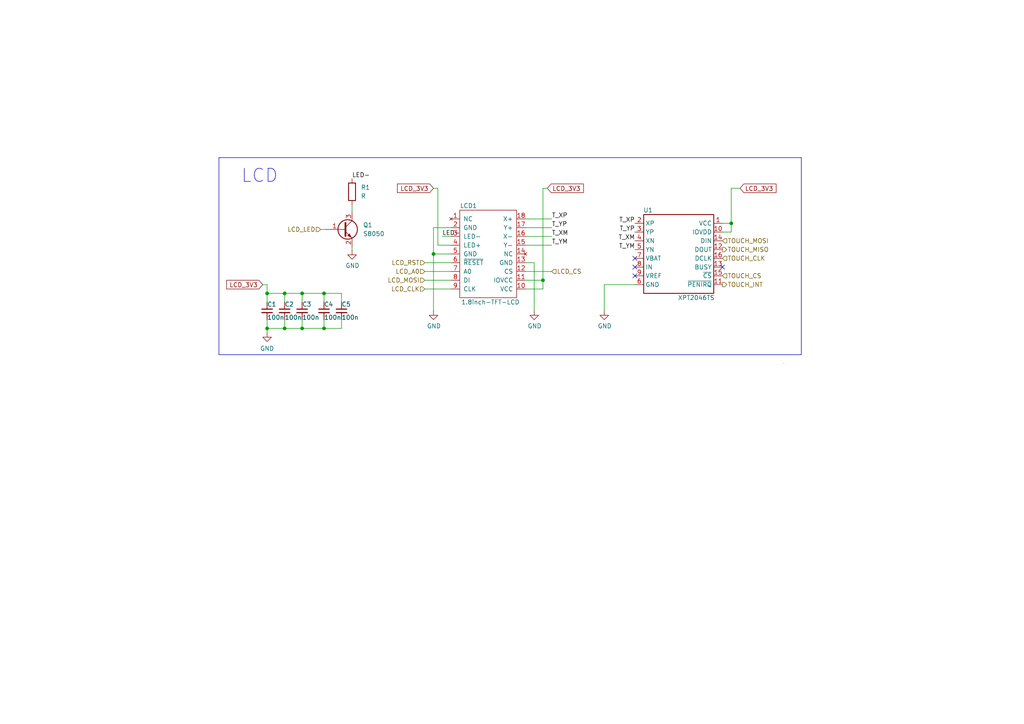
<source format=kicad_sch>
(kicad_sch (version 20230121) (generator eeschema)
  (paper "A4")
  (lib_symbols
    (symbol "Device:C_Small" (pin_numbers hide) (pin_names (offset 0.254) hide)
      (property "Reference" "C" (at 0.254 1.778 0))
      (property "Value" "C_Small" (at 0.254 -2.032 0))
      (symbol "C_Small_0_1"
        (polyline (pts (xy -1.524 -0.508) (xy 1.524 -0.508)) (stroke (width 0.3302)))
        (polyline (pts (xy -1.524 0.508) (xy 1.524 0.508)) (stroke (width 0.3048)))
      )
      (symbol "C_Small_1_1"
        (pin passive line (at 0 2.54 270) (length 2.032) (name "~") (number "1"))
        (pin passive line (at 0 -2.54 90) (length 2.032) (name "~") (number "2"))
      )
    )
    (symbol "Device:R" (pin_numbers hide) (pin_names (offset 0))
      (property "Reference" "R" (at 2.032 0 90))
      (property "Value" "R" (at 0 0 90))
      (symbol "R_0_1"
        (rectangle (start -1.016 -2.54) (end 1.016 2.54) (stroke (width 0.254)))
      )
      (symbol "R_1_1"
        (pin passive line (at 0 3.81 270) (length 1.27) (name "~") (number "1"))
        (pin passive line (at 0 -3.81 90) (length 1.27) (name "~") (number "2"))
      )
    )
    (symbol "Driver_Display:XPT2046TS"
      (property "Reference" "U" (at 1.27 24.13 0))
      (property "Value" "XPT2046TS" (at 8.89 24.13 0))
      (symbol "XPT2046TS_0_1"
        (rectangle (start 0 22.86) (end 20.32 0) (stroke (width 0.254)))
      )
      (symbol "XPT2046TS_1_1"
        (pin power_in line (at 22.86 20.32 180) (length 2.54) (name "VCC") (number "1"))
        (pin power_in line (at 22.86 17.78 180) (length 2.54) (name "IOVDD") (number "10"))
        (pin open_collector line (at 22.86 2.54 180) (length 2.54) (name "~{PENIRQ}") (number "11"))
        (pin output line (at 22.86 12.7 180) (length 2.54) (name "DOUT") (number "12"))
        (pin output line (at 22.86 7.62 180) (length 2.54) (name "BUSY") (number "13"))
        (pin input line (at 22.86 15.24 180) (length 2.54) (name "DIN") (number "14"))
        (pin input line (at 22.86 5.08 180) (length 2.54) (name "~{CS}") (number "15"))
        (pin input line (at 22.86 10.16 180) (length 2.54) (name "DCLK") (number "16"))
        (pin input line (at -2.54 20.32 0) (length 2.54) (name "XP") (number "2"))
        (pin input line (at -2.54 17.78 0) (length 2.54) (name "YP") (number "3"))
        (pin input line (at -2.54 15.24 0) (length 2.54) (name "XN") (number "4"))
        (pin input line (at -2.54 12.7 0) (length 2.54) (name "YN") (number "5"))
        (pin power_in line (at -2.54 2.54 0) (length 2.54) (name "GND") (number "6"))
        (pin power_in line (at -2.54 10.16 0) (length 2.54) (name "VBAT") (number "7"))
        (pin input line (at -2.54 7.62 0) (length 2.54) (name "IN") (number "8"))
        (pin bidirectional line (at -2.54 5.08 0) (length 2.54) (name "VREF") (number "9"))
      )
    )
    (symbol "MM32_Periph:1.8inch-TFT-LCD" (pin_names (offset 1.016))
      (property "Reference" "LCD" (at 2.54 26.67 0))
      (property "Value" "1.8inch-TFT-LCD" (at 7.62 -1.27 0))
      (symbol "1.8inch-TFT-LCD_0_1"
        (rectangle (start 0 25.4) (end 16.51 0))
      )
      (symbol "1.8inch-TFT-LCD_1_1"
        (pin no_connect line (at -2.54 22.86 0) (length 2.54) (name "NC") (number "1"))
        (pin power_in line (at 19.05 2.54 180) (length 2.54) (name "VCC") (number "10"))
        (pin power_in line (at 19.05 5.08 180) (length 2.54) (name "IOVCC") (number "11"))
        (pin input line (at 19.05 7.62 180) (length 2.54) (name "CS") (number "12"))
        (pin power_in line (at 19.05 10.16 180) (length 2.54) (name "GND") (number "13"))
        (pin no_connect line (at 19.05 12.7 180) (length 2.54) (name "NC") (number "14"))
        (pin passive line (at 19.05 15.24 180) (length 2.54) (name "Y-") (number "15"))
        (pin passive line (at 19.05 17.78 180) (length 2.54) (name "X-") (number "16"))
        (pin passive line (at 19.05 20.32 180) (length 2.54) (name "Y+") (number "17"))
        (pin passive line (at 19.05 22.86 180) (length 2.54) (name "X+") (number "18"))
        (pin power_in line (at -2.54 20.32 0) (length 2.54) (name "GND") (number "2"))
        (pin power_in line (at -2.54 17.78 0) (length 2.54) (name "LED-") (number "3"))
        (pin power_in line (at -2.54 15.24 0) (length 2.54) (name "LED+") (number "4"))
        (pin power_in line (at -2.54 12.7 0) (length 2.54) (name "GND") (number "5"))
        (pin input line (at -2.54 10.16 0) (length 2.54) (name "~{RESET}") (number "6"))
        (pin input line (at -2.54 7.62 0) (length 2.54) (name "A0") (number "7"))
        (pin input line (at -2.54 5.08 0) (length 2.54) (name "DI") (number "8"))
        (pin input line (at -2.54 2.54 0) (length 2.54) (name "CLK") (number "9"))
      )
    )
    (symbol "Periph:S8050" (pin_names (offset 1.016) hide)
      (property "Reference" "Q" (at 10.16 6.35 0))
      (property "Value" "S8050" (at 12.7 3.81 0))
      (symbol "S8050_1_1"
        (polyline (pts (xy 5.08 5.08) (xy 5.715 5.08)))
        (polyline (pts (xy 5.715 5.715) (xy 7.62 7.62)))
        (polyline (pts (xy 5.715 4.445) (xy 7.62 2.54) (xy 7.62 2.54)))
        (polyline (pts (xy 5.715 6.985) (xy 5.715 3.175) (xy 5.715 3.175)) (stroke (width 0.508)))
        (polyline (pts (xy 6.35 3.302) (xy 6.858 3.81) (xy 7.366 2.794) (xy 6.35 3.302) (xy 6.35 3.302)) (fill (type outline)))
        (circle (center 6.35 5.08) (radius 2.8194) (stroke (width 0.254)))
        (pin input line (at 0 5.08 0) (length 5.08) (name "B") (number "1"))
        (pin passive line (at 7.62 0 90) (length 2.54) (name "E") (number "2"))
        (pin passive line (at 7.62 10.16 270) (length 2.54) (name "C") (number "3"))
      )
    )
    (symbol "power:GND" (power) (pin_names (offset 0))
      (property "Value" "GND" (at 0 -3.81 0))
      (symbol "GND_0_1"
        (polyline (pts (xy 0 0) (xy 0 -1.27) (xy 1.27 -1.27) (xy 0 -2.54) (xy -1.27 -1.27) (xy 0 -1.27)))
      )
      (symbol "GND_1_1"
        (pin power_in line (at 0 0 270) (length 0) hide (name "GND") (number "1"))
      )
    )
  )
  (junction (at 212.09 64.77))
  (junction (at 77.47 85.09))
  (junction (at 77.47 95.25))
  (junction (at 87.63 85.09))
  (junction (at 93.98 85.09))
  (junction (at 157.48 81.28))
  (junction (at 82.55 85.09))
  (junction (at 82.55 95.25))
  (junction (at 125.73 73.66))
  (junction (at 93.98 95.25))
  (junction (at 87.63 95.25))
  (no_connect (at 184.15 80.01))
  (no_connect (at 184.15 74.93))
  (no_connect (at 184.15 77.47))
  (no_connect (at 209.55 77.47))
  (wire (pts (xy 123.19 81.28) (xy 130.81 81.28)))
  (wire (pts (xy 77.47 85.09) (xy 77.47 87.63)))
  (wire (pts (xy 93.98 85.09) (xy 99.06 85.09)))
  (wire (pts (xy 152.4 68.58) (xy 160.02 68.58)))
  (wire (pts (xy 157.48 54.61) (xy 157.48 81.28)))
  (wire (pts (xy 93.98 95.25) (xy 93.98 92.71)))
  (wire (pts (xy 82.55 95.25) (xy 87.63 95.25)))
  (wire (pts (xy 160.02 71.12) (xy 152.4 71.12)))
  (wire (pts (xy 152.4 83.82) (xy 157.48 83.82)))
  (wire (pts (xy 154.94 76.2) (xy 154.94 90.17)))
  (wire (pts (xy 87.63 95.25) (xy 87.63 92.71)))
  (wire (pts (xy 125.73 54.61) (xy 127 54.61)))
  (wire (pts (xy 87.63 85.09) (xy 87.63 87.63)))
  (wire (pts (xy 87.63 85.09) (xy 93.98 85.09)))
  (wire (pts (xy 77.47 95.25) (xy 77.47 92.71)))
  (wire (pts (xy 82.55 85.09) (xy 82.55 87.63)))
  (wire (pts (xy 175.26 90.17) (xy 175.26 82.55)))
  (wire (pts (xy 157.48 83.82) (xy 157.48 81.28)))
  (wire (pts (xy 130.81 73.66) (xy 125.73 73.66)))
  (wire (pts (xy 212.09 67.31) (xy 209.55 67.31)))
  (wire (pts (xy 125.73 66.04) (xy 125.73 73.66)))
  (wire (pts (xy 102.108 71.628) (xy 102.108 72.644)))
  (wire (pts (xy 77.47 95.25) (xy 77.47 96.52)))
  (wire (pts (xy 152.4 76.2) (xy 154.94 76.2)))
  (wire (pts (xy 123.19 76.2) (xy 130.81 76.2)))
  (wire (pts (xy 99.06 95.25) (xy 99.06 92.71)))
  (wire (pts (xy 152.4 63.5) (xy 160.02 63.5)))
  (wire (pts (xy 130.81 78.74) (xy 123.19 78.74)))
  (wire (pts (xy 125.73 66.04) (xy 130.81 66.04)))
  (wire (pts (xy 76.2 82.55) (xy 77.47 82.55)))
  (wire (pts (xy 93.98 95.25) (xy 99.06 95.25)))
  (wire (pts (xy 214.63 54.61) (xy 212.09 54.61)))
  (wire (pts (xy 160.02 66.04) (xy 152.4 66.04)))
  (wire (pts (xy 87.63 95.25) (xy 93.98 95.25)))
  (polyline (pts (xy 63.5 45.72) (xy 232.41 45.72)))
  (wire (pts (xy 152.4 81.28) (xy 157.48 81.28)))
  (wire (pts (xy 92.964 66.548) (xy 94.488 66.548)))
  (wire (pts (xy 82.55 95.25) (xy 82.55 92.71)))
  (wire (pts (xy 130.81 71.12) (xy 127 71.12)))
  (wire (pts (xy 77.47 82.55) (xy 77.47 85.09)))
  (wire (pts (xy 128.27 68.58) (xy 130.81 68.58)))
  (wire (pts (xy 130.81 83.82) (xy 123.19 83.82)))
  (wire (pts (xy 77.47 95.25) (xy 82.55 95.25)))
  (wire (pts (xy 152.4 78.74) (xy 160.02 78.74)))
  (polyline (pts (xy 63.5 45.72) (xy 63.5 102.87)))
  (wire (pts (xy 77.47 85.09) (xy 82.55 85.09)))
  (wire (pts (xy 209.55 64.77) (xy 212.09 64.77)))
  (wire (pts (xy 93.98 85.09) (xy 93.98 87.63)))
  (wire (pts (xy 99.06 85.09) (xy 99.06 87.63)))
  (polyline (pts (xy 63.5 102.87) (xy 232.41 102.87)))
  (wire (pts (xy 102.108 59.436) (xy 102.108 61.468)))
  (wire (pts (xy 158.75 54.61) (xy 157.48 54.61)))
  (polyline (pts (xy 227.33 105.41) (xy 227.33 105.41)))
  (wire (pts (xy 127 54.61) (xy 127 71.12)))
  (wire (pts (xy 82.55 85.09) (xy 87.63 85.09)))
  (wire (pts (xy 125.73 90.17) (xy 125.73 73.66)))
  (wire (pts (xy 175.26 82.55) (xy 184.15 82.55)))
  (wire (pts (xy 212.09 64.77) (xy 212.09 67.31)))
  (wire (pts (xy 212.09 54.61) (xy 212.09 64.77)))
  (polyline (pts (xy 232.41 102.87) (xy 232.41 45.72)))
  (text "LCD" (at 69.85 53.34 0) (effects (font (size 3.81 3.81)) (justify left bottom)))
  (label "LED-" (at 102.108 51.816 0))
  (label "T_XM" (at 160.02 68.58 0))
  (label "T_XP" (at 160.02 63.5 0))
  (label "T_YM" (at 184.15 72.39 180))
  (label "T_YM" (at 160.02 71.12 0))
  (label "T_YP" (at 160.02 66.04 0))
  (label "T_XP" (at 184.15 64.77 180))
  (label "LED-" (at 128.27 68.58 0))
  (label "T_YP" (at 184.15 67.31 180))
  (label "T_XM" (at 184.15 69.85 180))
  (global_label "LCD_3V3" (shape input) (at 214.63 54.61 0) (property "Intersheetrefs" "${INTERSHEET_REFS}" (effects hide)))
  (global_label "LCD_3V3" (shape input) (at 125.73 54.61 180) (property "Intersheetrefs" "${INTERSHEET_REFS}" (effects hide)))
  (global_label "LCD_3V3" (shape input) (at 158.75 54.61 0) (property "Intersheetrefs" "${INTERSHEET_REFS}" (effects hide)))
  (global_label "LCD_3V3" (shape input) (at 76.2 82.55 180) (property "Intersheetrefs" "${INTERSHEET_REFS}" (effects hide)))
  (hierarchical_label "TOUCH_CLK" (shape input) (at 209.55 74.93 0))
  (hierarchical_label "TOUCH_MISO" (shape output) (at 209.55 72.39 0))
  (hierarchical_label "TOUCH_MOSI" (shape input) (at 209.55 69.85 0))
  (hierarchical_label "LCD_A0" (shape input) (at 123.19 78.74 180))
  (hierarchical_label "LCD_CS" (shape input) (at 160.02 78.74 0))
  (hierarchical_label "LCD_MOSI" (shape input) (at 123.19 81.28 180))
  (hierarchical_label "LCD_RST" (shape input) (at 123.19 76.2 180))
  (hierarchical_label "TOUCH_CS" (shape input) (at 209.55 80.01 0))
  (hierarchical_label "LCD_LED" (shape input) (at 92.964 66.548 180))
  (hierarchical_label "TOUCH_INT" (shape output) (at 209.55 82.55 0))
  (hierarchical_label "LCD_CLK" (shape input) (at 123.19 83.82 180))
  (symbol (lib_id "Device:C_Small") (at 82.55 90.17 0) (unit 1)
    (property "Reference" "C2" (at 82.55 88.265 0) (effects (justify left)))
    (property "Value" "100n" (at 82.55 92.075 0) (effects (justify left)))
    (property "Footprint" "Capacitor_SMD:C_0603_1608Metric" (effects hide))
  )
  (symbol (lib_id "Device:R") (at 102.108 55.626 0) (unit 1)
    (property "Reference" "R1" (at 104.648 54.3559 0) (effects (justify left)))
    (property "Value" "R" (at 104.648 56.8959 0) (effects (justify left)))
    (property "Footprint" "Resistor_SMD:R_0603_1608Metric" (effects hide))
  )
  (symbol (lib_id "power:GND") (at 77.47 96.52 0) (unit 1)
    (property "Reference" "#PWR01" (effects hide))
    (property "Value" "GND" (at 77.47 101.0825 0))
  )
  (symbol (lib_id "Driver_Display:XPT2046TS") (at 186.69 85.09 0) (unit 1)
    (property "Reference" "U1" (at 187.96 60.96 0))
    (property "Value" "XPT2046TS" (at 201.93 86.36 0))
    (property "Footprint" "lcd:TSSOP-16_4.4x5mm_P0.65mm" (effects hide))
    (property "Datasheet" "http://www.xptek.cn/uploadfile/download/201707171401161883.pdf" (effects hide))
  )
  (symbol (lib_id "power:GND") (at 175.26 90.17 0) (unit 1)
    (property "Reference" "#PWR05" (effects hide))
    (property "Value" "GND" (at 175.387 94.5642 0))
  )
  (symbol (lib_id "Device:C_Small") (at 93.98 90.17 0) (unit 1)
    (property "Reference" "C4" (at 93.98 88.265 0) (effects (justify left)))
    (property "Value" "100n" (at 93.98 92.075 0) (effects (justify left)))
    (property "Footprint" "Capacitor_SMD:C_0603_1608Metric" (effects hide))
  )
  (symbol (lib_id "MM32_Periph:1.8inch-TFT-LCD") (at 133.35 86.36 0) (unit 1)
    (property "Reference" "LCD1" (at 135.89 59.69 0))
    (property "Value" "1.8inch-TFT-LCD" (at 142.24 87.63 0))
    (property "Footprint" "lcd:TFT-LCD1.8inch" (effects hide))
  )
  (symbol (lib_id "power:GND") (at 125.73 90.17 0) (unit 1)
    (property "Reference" "#PWR03" (effects hide))
    (property "Value" "GND" (at 125.857 94.5642 0))
  )
  (symbol (lib_id "Periph:S8050") (at 94.488 71.628 0) (unit 1)
    (property "Reference" "Q1" (at 105.283 65.2779 0) (effects (justify left)))
    (property "Value" "S8050" (at 105.283 67.8179 0) (effects (justify left)))
    (property "Footprint" "Package_TO_SOT_SMD:SOT-23" (effects hide))
  )
  (symbol (lib_id "Device:C_Small") (at 87.63 90.17 0) (unit 1)
    (property "Reference" "C3" (at 87.63 88.265 0) (effects (justify left)))
    (property "Value" "100n" (at 87.63 92.075 0) (effects (justify left)))
    (property "Footprint" "Capacitor_SMD:C_0603_1608Metric" (effects hide))
  )
  (symbol (lib_id "Device:C_Small") (at 77.47 90.17 0) (unit 1)
    (property "Reference" "C1" (at 77.47 88.265 0) (effects (justify left)))
    (property "Value" "100n" (at 77.47 92.075 0) (effects (justify left)))
    (property "Footprint" "Capacitor_SMD:C_0603_1608Metric" (effects hide))
  )
  (symbol (lib_id "power:GND") (at 102.108 72.644 0) (unit 1)
    (property "Reference" "#PWR02" (effects hide))
    (property "Value" "GND" (at 102.235 77.0382 0))
  )
  (symbol (lib_id "Device:C_Small") (at 99.06 90.17 0) (unit 1)
    (property "Reference" "C5" (at 99.06 88.265 0) (effects (justify left)))
    (property "Value" "100n" (at 99.06 92.075 0) (effects (justify left)))
    (property "Footprint" "Capacitor_SMD:C_0603_1608Metric" (effects hide))
  )
  (symbol (lib_id "power:GND") (at 154.94 90.17 0) (unit 1)
    (property "Reference" "#PWR04" (effects hide))
    (property "Value" "GND" (at 155.067 94.5642 0))
  )
)
</source>
